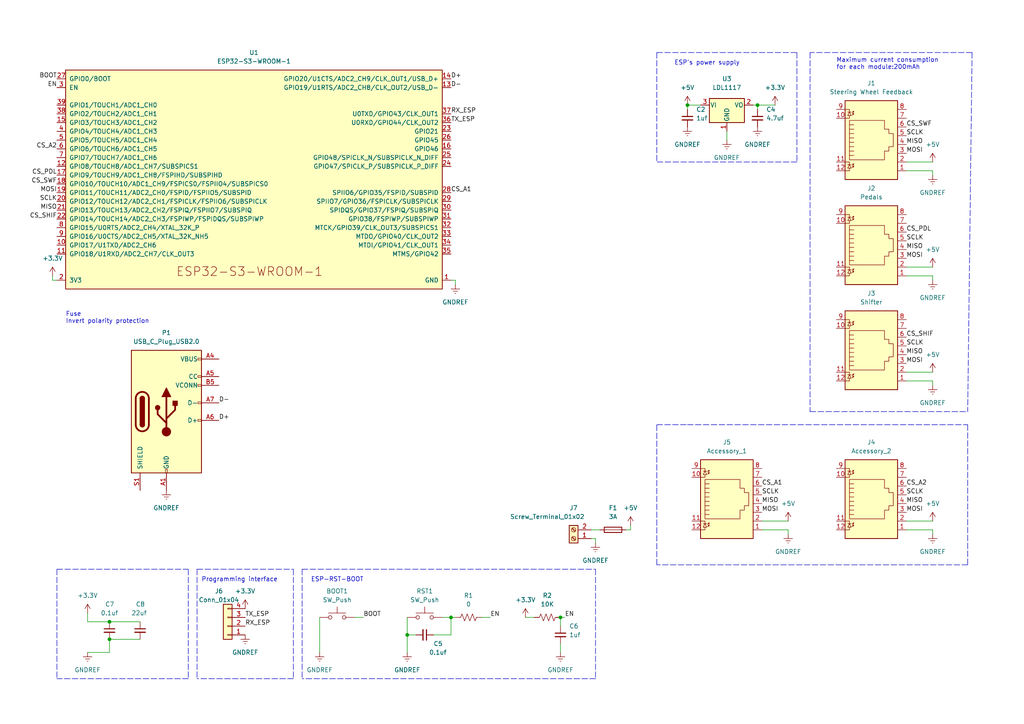
<source format=kicad_sch>
(kicad_sch (version 20211123) (generator eeschema)
  (paper "A4")
  (lib_symbols
    (symbol "Connector:RJ45_LED" (pin_names (offset 1.016))
      (property "Reference" "J" (at -5.08 13.97 0))
      (property "Value" "RJ45_LED" (at 1.27 13.97 0))
      (symbol "RJ45_LED_0_1"
        (polyline (pts (xy -7.62 -7.62) (xy -6.35 -7.62)))
        (polyline (pts (xy -7.62 -5.08) (xy -6.35 -5.08)))
        (polyline (pts (xy -7.62 7.62) (xy -6.35 7.62)))
        (polyline (pts (xy -7.62 10.16) (xy -6.35 10.16)))
        (polyline (pts (xy -6.858 -5.842) (xy -5.842 -5.842)))
        (polyline (pts (xy -6.858 9.398) (xy -5.842 9.398)))
        (polyline (pts (xy -6.35 -7.62) (xy -6.35 -6.858)))
        (polyline (pts (xy -6.35 -5.08) (xy -6.35 -5.842)))
        (polyline (pts (xy -6.35 7.62) (xy -6.35 8.382)))
        (polyline (pts (xy -6.35 10.16) (xy -6.35 9.398)))
        (polyline (pts (xy -5.08 -6.223) (xy -5.207 -6.604)))
        (polyline (pts (xy -5.08 -5.588) (xy -5.207 -5.969)))
        (polyline (pts (xy -5.08 4.445) (xy -6.35 4.445)))
        (polyline (pts (xy -5.08 5.715) (xy -6.35 5.715)))
        (polyline (pts (xy -5.08 9.017) (xy -5.207 8.636)))
        (polyline (pts (xy -5.08 9.652) (xy -5.207 9.271)))
        (polyline (pts (xy -6.35 -3.175) (xy -5.08 -3.175) (xy -5.08 -3.175)))
        (polyline (pts (xy -6.35 -1.905) (xy -5.08 -1.905) (xy -5.08 -1.905)))
        (polyline (pts (xy -6.35 -0.635) (xy -5.08 -0.635) (xy -5.08 -0.635)))
        (polyline (pts (xy -6.35 0.635) (xy -5.08 0.635) (xy -5.08 0.635)))
        (polyline (pts (xy -6.35 1.905) (xy -5.08 1.905) (xy -5.08 1.905)))
        (polyline (pts (xy -5.588 -6.731) (xy -5.08 -6.223) (xy -5.461 -6.35)))
        (polyline (pts (xy -5.588 -6.096) (xy -5.08 -5.588) (xy -5.461 -5.715)))
        (polyline (pts (xy -5.588 8.509) (xy -5.08 9.017) (xy -5.461 8.89)))
        (polyline (pts (xy -5.588 9.144) (xy -5.08 9.652) (xy -5.461 9.525)))
        (polyline (pts (xy -5.08 3.175) (xy -6.35 3.175) (xy -6.35 3.175)))
        (polyline (pts (xy -6.35 -5.842) (xy -6.858 -6.858) (xy -5.842 -6.858) (xy -6.35 -5.842)))
        (polyline (pts (xy -6.35 9.398) (xy -6.858 8.382) (xy -5.842 8.382) (xy -6.35 9.398)))
        (polyline (pts (xy -6.35 -4.445) (xy -6.35 6.985) (xy 3.81 6.985) (xy 3.81 4.445) (xy 5.08 4.445) (xy 5.08 3.175) (xy 6.35 3.175) (xy 6.35 -0.635) (xy 5.08 -0.635) (xy 5.08 -1.905) (xy 3.81 -1.905) (xy 3.81 -4.445) (xy -6.35 -4.445) (xy -6.35 -4.445)))
        (rectangle (start 7.62 12.7) (end -7.62 -10.16) (stroke (width 0.254)) (fill (type background)))
      )
      (symbol "RJ45_LED_1_1"
        (pin passive line (at 10.16 -7.62 180) (length 2.54) (name "~") (number "1"))
        (pin passive line (at -10.16 7.62 0) (length 2.54) (name "~") (number "10"))
        (pin passive line (at -10.16 -5.08 0) (length 2.54) (name "~") (number "11"))
        (pin passive line (at -10.16 -7.62 0) (length 2.54) (name "~") (number "12"))
        (pin passive line (at 10.16 -5.08 180) (length 2.54) (name "~") (number "2"))
        (pin passive line (at 10.16 -2.54 180) (length 2.54) (name "~") (number "3"))
        (pin passive line (at 10.16 0 180) (length 2.54) (name "~") (number "4"))
        (pin passive line (at 10.16 2.54 180) (length 2.54) (name "~") (number "5"))
        (pin passive line (at 10.16 5.08 180) (length 2.54) (name "~") (number "6"))
        (pin passive line (at 10.16 7.62 180) (length 2.54) (name "~") (number "7"))
        (pin passive line (at 10.16 10.16 180) (length 2.54) (name "~") (number "8"))
        (pin passive line (at -10.16 10.16 0) (length 2.54) (name "~") (number "9"))
      )
    )
    (symbol "Connector:Screw_Terminal_01x02" (pin_names (offset 1.016) hide)
      (property "Reference" "J" (at 0 2.54 0))
      (property "Value" "Screw_Terminal_01x02" (at 0 -5.08 0))
      (symbol "Screw_Terminal_01x02_1_1"
        (rectangle (start -1.27 1.27) (end 1.27 -3.81) (stroke (width 0.254)) (fill (type background)))
        (circle (center 0 -2.54) (radius 0.635) (stroke (width 0.1524)))
        (polyline (pts (xy -0.5334 -2.2098) (xy 0.3302 -3.048)) (stroke (width 0.1524)))
        (polyline (pts (xy -0.5334 0.3302) (xy 0.3302 -0.508)) (stroke (width 0.1524)))
        (polyline (pts (xy -0.3556 -2.032) (xy 0.508 -2.8702)) (stroke (width 0.1524)))
        (polyline (pts (xy -0.3556 0.508) (xy 0.508 -0.3302)) (stroke (width 0.1524)))
        (circle (center 0 0) (radius 0.635) (stroke (width 0.1524)))
        (pin passive line (at -5.08 0 0) (length 3.81) (name "Pin_1") (number "1"))
        (pin passive line (at -5.08 -2.54 0) (length 3.81) (name "Pin_2") (number "2"))
      )
    )
    (symbol "Connector:USB_C_Plug_USB2.0" (pin_names (offset 1.016))
      (property "Reference" "P" (at -10.16 19.05 0))
      (property "Value" "USB_C_Plug_USB2.0" (at 12.7 19.05 0))
      (symbol "USB_C_Plug_USB2.0_0_0"
        (rectangle (start -0.254 -17.78) (end 0.254 -16.764))
        (rectangle (start 10.16 -2.286) (end 9.144 -2.794))
        (rectangle (start 10.16 2.794) (end 9.144 2.286))
        (rectangle (start 10.16 7.874) (end 9.144 7.366))
        (rectangle (start 10.16 10.414) (end 9.144 9.906))
        (rectangle (start 10.16 15.494) (end 9.144 14.986))
      )
      (symbol "USB_C_Plug_USB2.0_0_1"
        (rectangle (start -10.16 17.78) (end 10.16 -17.78) (stroke (width 0.254)) (fill (type background)))
        (arc (start -8.89 -3.81) (mid -6.985 -5.715) (end -5.08 -3.81) (stroke (width 0.508)))
        (arc (start -7.62 -3.81) (mid -6.985 -4.445) (end -6.35 -3.81) (stroke (width 0.254)))
        (arc (start -7.62 -3.81) (mid -6.985 -4.445) (end -6.35 -3.81) (stroke (width 0.254)) (fill (type outline)))
        (rectangle (start -7.62 -3.81) (end -6.35 3.81) (stroke (width 0.254)) (fill (type outline)))
        (arc (start -6.35 3.81) (mid -6.985 4.445) (end -7.62 3.81) (stroke (width 0.254)))
        (arc (start -6.35 3.81) (mid -6.985 4.445) (end -7.62 3.81) (stroke (width 0.254)) (fill (type outline)))
        (arc (start -5.08 3.81) (mid -6.985 5.715) (end -8.89 3.81) (stroke (width 0.508)))
        (circle (center -2.54 1.143) (radius 0.635) (stroke (width 0.254)) (fill (type outline)))
        (circle (center 0 -5.842) (radius 1.27) (fill (type outline)))
        (polyline (pts (xy -8.89 -3.81) (xy -8.89 3.81)) (stroke (width 0.508)))
        (polyline (pts (xy -5.08 3.81) (xy -5.08 -3.81)) (stroke (width 0.508)))
        (polyline (pts (xy 0 -5.842) (xy 0 4.318)) (stroke (width 0.508)))
        (polyline (pts (xy 0 -3.302) (xy -2.54 -0.762) (xy -2.54 0.508)) (stroke (width 0.508)))
        (polyline (pts (xy 0 -2.032) (xy 2.54 0.508) (xy 2.54 1.778)) (stroke (width 0.508)))
        (polyline (pts (xy -1.27 4.318) (xy 0 6.858) (xy 1.27 4.318) (xy -1.27 4.318)) (stroke (width 0.254)) (fill (type outline)))
        (rectangle (start 1.905 1.778) (end 3.175 3.048) (stroke (width 0.254)) (fill (type outline)))
      )
      (symbol "USB_C_Plug_USB2.0_1_1"
        (pin passive line (at 0 -22.86 90) (length 5.08) (name "GND") (number "A1"))
        (pin passive line (at 0 -22.86 90) (length 5.08) hide (name "GND") (number "A12"))
        (pin passive line (at 15.24 15.24 180) (length 5.08) (name "VBUS") (number "A4"))
        (pin bidirectional line (at 15.24 10.16 180) (length 5.08) (name "CC") (number "A5"))
        (pin bidirectional line (at 15.24 -2.54 180) (length 5.08) (name "D+") (number "A6"))
        (pin bidirectional line (at 15.24 2.54 180) (length 5.08) (name "D-") (number "A7"))
        (pin passive line (at 15.24 15.24 180) (length 5.08) hide (name "VBUS") (number "A9"))
        (pin passive line (at 0 -22.86 90) (length 5.08) hide (name "GND") (number "B1"))
        (pin passive line (at 0 -22.86 90) (length 5.08) hide (name "GND") (number "B12"))
        (pin passive line (at 15.24 15.24 180) (length 5.08) hide (name "VBUS") (number "B4"))
        (pin bidirectional line (at 15.24 7.62 180) (length 5.08) (name "VCONN") (number "B5"))
        (pin passive line (at 15.24 15.24 180) (length 5.08) hide (name "VBUS") (number "B9"))
        (pin passive line (at -7.62 -22.86 90) (length 5.08) (name "SHIELD") (number "S1"))
      )
    )
    (symbol "Connector_Generic:Conn_01x04" (pin_names (offset 1.016) hide)
      (property "Reference" "J" (at 0 5.08 0))
      (property "Value" "Conn_01x04" (at 0 -7.62 0))
      (symbol "Conn_01x04_1_1"
        (rectangle (start -1.27 -4.953) (end 0 -5.207) (stroke (width 0.1524)))
        (rectangle (start -1.27 -2.413) (end 0 -2.667) (stroke (width 0.1524)))
        (rectangle (start -1.27 0.127) (end 0 -0.127) (stroke (width 0.1524)))
        (rectangle (start -1.27 2.667) (end 0 2.413) (stroke (width 0.1524)))
        (rectangle (start -1.27 3.81) (end 1.27 -6.35) (stroke (width 0.254)) (fill (type background)))
        (pin passive line (at -5.08 2.54 0) (length 3.81) (name "Pin_1") (number "1"))
        (pin passive line (at -5.08 0 0) (length 3.81) (name "Pin_2") (number "2"))
        (pin passive line (at -5.08 -2.54 0) (length 3.81) (name "Pin_3") (number "3"))
        (pin passive line (at -5.08 -5.08 0) (length 3.81) (name "Pin_4") (number "4"))
      )
    )
    (symbol "Device:C_Small" (pin_numbers hide) (pin_names (offset 0.254) hide)
      (property "Reference" "C" (at 0.254 1.778 0))
      (property "Value" "C_Small" (at 0.254 -2.032 0))
      (symbol "C_Small_0_1"
        (polyline (pts (xy -1.524 -0.508) (xy 1.524 -0.508)) (stroke (width 0.3302)))
        (polyline (pts (xy -1.524 0.508) (xy 1.524 0.508)) (stroke (width 0.3048)))
      )
      (symbol "C_Small_1_1"
        (pin passive line (at 0 2.54 270) (length 2.032) (name "~") (number "1"))
        (pin passive line (at 0 -2.54 90) (length 2.032) (name "~") (number "2"))
      )
    )
    (symbol "Device:Fuse" (pin_numbers hide) (pin_names (offset 0))
      (property "Reference" "F" (at 2.032 0 90))
      (property "Value" "Fuse" (at -1.905 0 90))
      (symbol "Fuse_0_1"
        (rectangle (start -0.762 -2.54) (end 0.762 2.54) (stroke (width 0.254)))
        (polyline (pts (xy 0 2.54) (xy 0 -2.54)))
      )
      (symbol "Fuse_1_1"
        (pin passive line (at 0 3.81 270) (length 1.27) (name "~") (number "1"))
        (pin passive line (at 0 -3.81 90) (length 1.27) (name "~") (number "2"))
      )
    )
    (symbol "Device:R_US" (pin_numbers hide) (pin_names (offset 0))
      (property "Reference" "R" (at 2.54 0 90))
      (property "Value" "R_US" (at -2.54 0 90))
      (symbol "R_US_0_1"
        (polyline (pts (xy 0 -2.286) (xy 0 -2.54)))
        (polyline (pts (xy 0 2.286) (xy 0 2.54)))
        (polyline (pts (xy 0 -0.762) (xy 1.016 -1.143) (xy 0 -1.524) (xy -1.016 -1.905) (xy 0 -2.286)))
        (polyline (pts (xy 0 0.762) (xy 1.016 0.381) (xy 0 0) (xy -1.016 -0.381) (xy 0 -0.762)))
        (polyline (pts (xy 0 2.286) (xy 1.016 1.905) (xy 0 1.524) (xy -1.016 1.143) (xy 0 0.762)))
      )
      (symbol "R_US_1_1"
        (pin passive line (at 0 3.81 270) (length 1.27) (name "~") (number "1"))
        (pin passive line (at 0 -3.81 90) (length 1.27) (name "~") (number "2"))
      )
    )
    (symbol "Espressif:ESP32-S3-WROOM-1" (pin_names (offset 1.016))
      (property "Reference" "U" (at -53.34 38.1 0))
      (property "Value" "ESP32-S3-WROOM-1" (at -53.34 35.56 0))
      (symbol "ESP32-S3-WROOM-1_0_0"
        (rectangle (start -53.34 33.02) (end 55.88 -30.48) (stroke (width 0.254)) (fill (type background)))
        (text "ESP32-S3-WROOM-1" (at 0 -25.4 0) (effects (font (size 2.54 2.54))))
        (pin power_in line (at 58.42 -27.94 180) (length 2.54) (name "GND") (number "1"))
        (pin bidirectional line (at -55.88 -17.78 0) (length 2.54) (name "GPIO17/U1TXD/ADC2_CH6") (number "10"))
        (pin bidirectional line (at -55.88 -20.32 0) (length 2.54) (name "GPIO18/U1RXD/ADC2_CH7/CLK_OUT3") (number "11"))
        (pin bidirectional line (at -55.88 5.08 0) (length 2.54) (name "GPIO8/TOUCH8/ADC1_CH7/SUBSPICS1") (number "12"))
        (pin bidirectional line (at 58.42 27.94 180) (length 2.54) (name "GPIO19/U1RTS/ADC2_CH8/CLK_OUT2/USB_D-") (number "13"))
        (pin bidirectional line (at 58.42 30.48 180) (length 2.54) (name "GPIO20/U1CTS/ADC2_CH9/CLK_OUT1/USB_D+") (number "14"))
        (pin bidirectional line (at -55.88 17.78 0) (length 2.54) (name "GPIO3/TOUCH3/ADC1_CH2") (number "15"))
        (pin bidirectional line (at 58.42 10.16 180) (length 2.54) (name "GPIO46") (number "16"))
        (pin bidirectional line (at -55.88 2.54 0) (length 2.54) (name "GPIO9/TOUCH9/ADC1_CH8/FSPIHD/SUBSPIHD") (number "17"))
        (pin bidirectional line (at -55.88 0 0) (length 2.54) (name "GPIO10/TOUCH10/ADC1_CH9/FSPICS0/FSPIIO4/SUBSPICS0") (number "18"))
        (pin bidirectional line (at -55.88 -2.54 0) (length 2.54) (name "GPIO11/TOUCH11/ADC2_CH0/FSPID/FSPIIO5/SUBSPID") (number "19"))
        (pin power_in line (at -55.88 -27.94 0) (length 2.54) (name "3V3") (number "2"))
        (pin bidirectional line (at -55.88 -5.08 0) (length 2.54) (name "GPIO12/TOUCH12/ADC2_CH1/FSPICLK/FSPIIO6/SUBSPICLK") (number "20"))
        (pin bidirectional line (at -55.88 -7.62 0) (length 2.54) (name "GPIO13/TOUCH13/ADC2_CH2/FSPIQ/FSPIIO7/SUBSPIQ") (number "21"))
        (pin bidirectional line (at -55.88 -10.16 0) (length 2.54) (name "GPIO14/TOUCH14/ADC2_CH3/FSPIWP/FSPIDQS/SUBSPIWP") (number "22"))
        (pin bidirectional line (at 58.42 15.24 180) (length 2.54) (name "GPIO21") (number "23"))
        (pin bidirectional line (at 58.42 5.08 180) (length 2.54) (name "GPIO47/SPICLK_P/SUBSPICLK_P_DIFF") (number "24"))
        (pin bidirectional line (at 58.42 7.62 180) (length 2.54) (name "GPIO48/SPICLK_N/SUBSPICLK_N_DIFF") (number "25"))
        (pin bidirectional line (at 58.42 12.7 180) (length 2.54) (name "GPIO45") (number "26"))
        (pin bidirectional line (at -55.88 30.48 0) (length 2.54) (name "GPIO0/BOOT") (number "27"))
        (pin bidirectional line (at 58.42 -2.54 180) (length 2.54) (name "SPIIO6/GPIO35/FSPID/SUBSPID") (number "28"))
        (pin bidirectional line (at 58.42 -5.08 180) (length 2.54) (name "SPIIO7/GPIO36/FSPICLK/SUBSPICLK") (number "29"))
        (pin input line (at -55.88 27.94 0) (length 2.54) (name "EN") (number "3"))
        (pin bidirectional line (at 58.42 -7.62 180) (length 2.54) (name "SPIDQS/GPIO37/FSPIQ/SUBSPIQ") (number "30"))
        (pin bidirectional line (at 58.42 -10.16 180) (length 2.54) (name "GPIO38/FSPIWP/SUBSPIWP") (number "31"))
        (pin bidirectional line (at 58.42 -12.7 180) (length 2.54) (name "MTCK/GPIO39/CLK_OUT3/SUBSPICS1") (number "32"))
        (pin bidirectional line (at 58.42 -15.24 180) (length 2.54) (name "MTDO/GPIO40/CLK_OUT2") (number "33"))
        (pin bidirectional line (at 58.42 -17.78 180) (length 2.54) (name "MTDI/GPIO41/CLK_OUT1") (number "34"))
        (pin bidirectional line (at 58.42 -20.32 180) (length 2.54) (name "MTMS/GPIO42") (number "35"))
        (pin bidirectional line (at 58.42 17.78 180) (length 2.54) (name "U0RXD/GPIO44/CLK_OUT2") (number "36"))
        (pin bidirectional line (at 58.42 20.32 180) (length 2.54) (name "U0TXD/GPIO43/CLK_OUT1") (number "37"))
        (pin bidirectional line (at -55.88 20.32 0) (length 2.54) (name "GPIO2/TOUCH2/ADC1_CH1") (number "38"))
        (pin bidirectional line (at -55.88 22.86 0) (length 2.54) (name "GPIO1/TOUCH1/ADC1_CH0") (number "39"))
        (pin bidirectional line (at -55.88 15.24 0) (length 2.54) (name "GPIO4/TOUCH4/ADC1_CH3") (number "4"))
        (pin passive line (at 58.42 -27.94 180) (length 2.54) hide (name "GND") (number "40"))
        (pin passive line (at 58.42 -27.94 180) (length 2.54) hide (name "GND") (number "41"))
        (pin bidirectional line (at -55.88 12.7 0) (length 2.54) (name "GPIO5/TOUCH5/ADC1_CH4") (number "5"))
        (pin bidirectional line (at -55.88 10.16 0) (length 2.54) (name "GPIO6/TOUCH6/ADC1_CH5") (number "6"))
        (pin bidirectional line (at -55.88 7.62 0) (length 2.54) (name "GPIO7/TOUCH7/ADC1_CH6") (number "7"))
        (pin bidirectional line (at -55.88 -12.7 0) (length 2.54) (name "GPIO15/U0RTS/ADC2_CH4/XTAL_32K_P") (number "8"))
        (pin bidirectional line (at -55.88 -15.24 0) (length 2.54) (name "GPIO16/U0CTS/ADC2_CH5/XTAL_32K_NH5") (number "9"))
      )
    )
    (symbol "Regulator_Linear:AP1117-33" (pin_names (offset 0.254))
      (property "Reference" "U" (at -3.81 3.175 0))
      (property "Value" "AP1117-33" (at 0 3.175 0))
      (symbol "AP1117-33_0_1"
        (rectangle (start -5.08 -5.08) (end 5.08 1.905) (stroke (width 0.254)) (fill (type background)))
      )
      (symbol "AP1117-33_1_1"
        (pin power_in line (at 0 -7.62 90) (length 2.54) (name "GND") (number "1"))
        (pin power_out line (at 7.62 0 180) (length 2.54) (name "VO") (number "2"))
        (pin power_in line (at -7.62 0 0) (length 2.54) (name "VI") (number "3"))
      )
    )
    (symbol "Switch:SW_Push" (pin_numbers hide) (pin_names (offset 1.016) hide)
      (property "Reference" "SW" (at 1.27 2.54 0))
      (property "Value" "SW_Push" (at 0 -1.524 0))
      (symbol "SW_Push_0_1"
        (circle (center -2.032 0) (radius 0.508))
        (polyline (pts (xy 0 1.27) (xy 0 3.048)))
        (polyline (pts (xy 2.54 1.27) (xy -2.54 1.27)))
        (circle (center 2.032 0) (radius 0.508))
        (pin passive line (at -5.08 0 0) (length 2.54) (name "1") (number "1"))
        (pin passive line (at 5.08 0 180) (length 2.54) (name "2") (number "2"))
      )
    )
    (symbol "power:+3.3V" (power) (pin_names (offset 0))
      (property "Value" "+3.3V" (at 0 3.556 0))
      (symbol "+3.3V_0_1"
        (polyline (pts (xy -0.762 1.27) (xy 0 2.54)))
        (polyline (pts (xy 0 0) (xy 0 2.54)))
        (polyline (pts (xy 0 2.54) (xy 0.762 1.27)))
      )
      (symbol "+3.3V_1_1"
        (pin power_in line (at 0 0 90) (length 0) hide (name "+3.3V") (number "1"))
      )
    )
    (symbol "power:+5V" (power) (pin_names (offset 0))
      (property "Value" "+5V" (at 0 3.556 0))
      (symbol "+5V_0_1"
        (polyline (pts (xy -0.762 1.27) (xy 0 2.54)))
        (polyline (pts (xy 0 0) (xy 0 2.54)))
        (polyline (pts (xy 0 2.54) (xy 0.762 1.27)))
      )
      (symbol "+5V_1_1"
        (pin power_in line (at 0 0 90) (length 0) hide (name "+5V") (number "1"))
      )
    )
    (symbol "power:GNDREF" (power) (pin_names (offset 0))
      (property "Value" "GNDREF" (at 0 -3.81 0))
      (symbol "GNDREF_0_1"
        (polyline (pts (xy -0.635 -1.905) (xy 0.635 -1.905)))
        (polyline (pts (xy -0.127 -2.54) (xy 0.127 -2.54)))
        (polyline (pts (xy 0 -1.27) (xy 0 0)))
        (polyline (pts (xy 1.27 -1.27) (xy -1.27 -1.27)))
      )
      (symbol "GNDREF_1_1"
        (pin power_in line (at 0 0 270) (length 0) hide (name "GNDREF") (number "1"))
      )
    )
  )
  (junction (at 162.56 179.07))
  (junction (at 31.75 180.34))
  (junction (at 219.71 30.48))
  (junction (at 199.39 30.48))
  (junction (at 118.11 184.15))
  (junction (at 130.81 179.07))
  (junction (at 31.75 185.42))
  (wire (pts (xy 228.6 153.67) (xy 228.6 154.94)))
  (wire (pts (xy 31.75 180.34) (xy 40.64 180.34)))
  (wire (pts (xy 270.51 110.49) (xy 270.51 111.76)))
  (polyline (pts (xy 190.5 123.19) (xy 199.39 123.19)))
  (polyline (pts (xy 85.09 165.1) (xy 85.09 196.85)))
  (wire (pts (xy 199.39 30.48) (xy 199.39 31.75)))
  (wire (pts (xy 172.72 157.48) (xy 172.72 156.21)))
  (wire (pts (xy 132.08 82.55) (xy 132.08 81.28)))
  (polyline (pts (xy 190.5 163.83) (xy 190.5 123.19)))
  (polyline (pts (xy 234.95 119.38) (xy 280.67 119.38)))
  (polyline (pts (xy 54.61 196.85) (xy 16.51 196.85)))
  (wire (pts (xy 171.45 153.67) (xy 173.99 153.67)))
  (wire (pts (xy 182.88 153.67) (xy 182.88 152.4)))
  (wire (pts (xy 262.89 77.47) (xy 270.51 77.47)))
  (polyline (pts (xy 190.5 15.24) (xy 190.5 46.99)))
  (wire (pts (xy 15.24 80.01) (xy 15.24 81.28)))
  (polyline (pts (xy 231.14 46.99) (xy 190.5 46.99)))
  (wire (pts (xy 118.11 184.15) (xy 118.11 189.23)))
  (polyline (pts (xy 234.95 15.24) (xy 234.95 119.38)))
  (wire (pts (xy 130.81 184.15) (xy 130.81 179.07)))
  (wire (pts (xy 31.75 185.42) (xy 40.64 185.42)))
  (wire (pts (xy 31.75 189.23) (xy 31.75 185.42)))
  (wire (pts (xy 262.89 151.13) (xy 270.51 151.13)))
  (polyline (pts (xy 190.5 15.24) (xy 231.14 15.24)))
  (wire (pts (xy 199.39 30.48) (xy 203.2 30.48)))
  (wire (pts (xy 25.4 177.8) (xy 25.4 180.34)))
  (wire (pts (xy 262.89 107.95) (xy 270.51 107.95)))
  (wire (pts (xy 262.89 46.99) (xy 270.51 46.99)))
  (polyline (pts (xy 280.67 123.19) (xy 280.67 163.83)))
  (wire (pts (xy 210.82 38.1) (xy 210.82 40.64)))
  (polyline (pts (xy 87.63 165.1) (xy 172.72 165.1)))
  (wire (pts (xy 162.56 179.07) (xy 163.83 179.07)))
  (wire (pts (xy 92.71 179.07) (xy 92.71 189.23)))
  (wire (pts (xy 220.98 153.67) (xy 228.6 153.67)))
  (wire (pts (xy 270.51 49.53) (xy 270.51 50.8)))
  (wire (pts (xy 139.7 179.07) (xy 142.24 179.07)))
  (wire (pts (xy 25.4 189.23) (xy 31.75 189.23)))
  (wire (pts (xy 118.11 179.07) (xy 118.11 184.15)))
  (wire (pts (xy 262.89 80.01) (xy 270.51 80.01)))
  (wire (pts (xy 15.24 81.28) (xy 16.51 81.28)))
  (wire (pts (xy 130.81 179.07) (xy 132.08 179.07)))
  (polyline (pts (xy 281.94 15.24) (xy 280.67 119.38)))
  (wire (pts (xy 262.89 49.53) (xy 270.51 49.53)))
  (wire (pts (xy 220.98 151.13) (xy 228.6 151.13)))
  (wire (pts (xy 132.08 81.28) (xy 130.81 81.28)))
  (wire (pts (xy 118.11 184.15) (xy 120.65 184.15)))
  (wire (pts (xy 219.71 30.48) (xy 224.79 30.48)))
  (wire (pts (xy 270.51 153.67) (xy 270.51 154.94)))
  (wire (pts (xy 25.4 180.34) (xy 31.75 180.34)))
  (wire (pts (xy 262.89 110.49) (xy 270.51 110.49)))
  (wire (pts (xy 218.44 30.48) (xy 219.71 30.48)))
  (wire (pts (xy 219.71 30.48) (xy 219.71 31.75)))
  (polyline (pts (xy 172.72 165.1) (xy 172.72 196.85)))
  (polyline (pts (xy 85.09 196.85) (xy 57.15 196.85)))
  (polyline (pts (xy 87.63 165.1) (xy 87.63 196.85)))
  (polyline (pts (xy 54.61 165.1) (xy 54.61 196.85)))
  (polyline (pts (xy 16.51 165.1) (xy 54.61 165.1)))
  (wire (pts (xy 152.4 179.07) (xy 154.94 179.07)))
  (polyline (pts (xy 281.94 15.24) (xy 234.95 15.24)))
  (polyline (pts (xy 199.39 123.19) (xy 280.67 123.19)))
  (polyline (pts (xy 57.15 165.1) (xy 57.15 196.85)))
  (wire (pts (xy 270.51 80.01) (xy 270.51 81.28)))
  (polyline (pts (xy 16.51 165.1) (xy 16.51 196.85)))
  (polyline (pts (xy 172.72 196.85) (xy 87.63 196.85)))
  (polyline (pts (xy 231.14 15.24) (xy 231.14 46.99)))
  (wire (pts (xy 162.56 186.69) (xy 162.56 189.23)))
  (polyline (pts (xy 57.15 165.1) (xy 85.09 165.1)))
  (wire (pts (xy 262.89 153.67) (xy 270.51 153.67)))
  (wire (pts (xy 125.73 184.15) (xy 130.81 184.15)))
  (wire (pts (xy 162.56 179.07) (xy 162.56 181.61)))
  (wire (pts (xy 181.61 153.67) (xy 182.88 153.67)))
  (wire (pts (xy 102.87 179.07) (xy 105.41 179.07)))
  (wire (pts (xy 128.27 179.07) (xy 130.81 179.07)))
  (wire (pts (xy 172.72 156.21) (xy 171.45 156.21)))
  (polyline (pts (xy 280.67 163.83) (xy 190.5 163.83)))
  (text "Fuse\nInvert polarity protection" (at 19.05 93.98 0) (effects (font (size 1.27 1.27)) (justify left bottom)))
  (text "Maximum current consumption\nfor each module:200mAh" (at 242.57 20.32 0) (effects (font (size 1.27 1.27)) (justify left bottom)))
  (text "Programming interface" (at 58.42 168.91 0) (effects (font (size 1.27 1.27)) (justify left bottom)))
  (text "ESP's power supply" (at 195.58 19.05 0) (effects (font (size 1.27 1.27)) (justify left bottom)))
  (text "ESP-RST-BOOT\n" (at 90.17 168.91 0) (effects (font (size 1.27 1.27)) (justify left bottom)))
  (label "D-" (at 63.5 116.84 0))
  (label "SCLK" (at 262.89 143.51 0))
  (label "CS_PDL" (at 262.89 67.31 0))
  (label "MOSI" (at 262.89 74.93 0))
  (label "SCLK" (at 16.51 58.42 180))
  (label "CS_SHIF" (at 16.51 63.5 180))
  (label "BOOT" (at 105.41 179.07 0))
  (label "RX_ESP" (at 71.12 181.61 0))
  (label "BOOT" (at 16.51 22.86 180))
  (label "CS_A2" (at 16.51 43.18 180))
  (label "SCLK" (at 262.89 69.85 0))
  (label "MISO" (at 220.98 146.05 0))
  (label "MISO" (at 262.89 146.05 0))
  (label "TX_ESP" (at 130.81 35.56 0))
  (label "EN" (at 142.24 179.07 0))
  (label "MOSI" (at 262.89 105.41 0))
  (label "D+" (at 130.81 22.86 0))
  (label "CS_SWF" (at 262.89 36.83 0))
  (label "SCLK" (at 262.89 100.33 0))
  (label "TX_ESP" (at 71.12 179.07 0))
  (label "CS_A2" (at 262.89 140.97 0))
  (label "D+" (at 63.5 121.92 0))
  (label "MOSI" (at 262.89 44.45 0))
  (label "EN" (at 16.51 25.4 180))
  (label "MISO" (at 262.89 41.91 0))
  (label "CS_A1" (at 130.81 55.88 0))
  (label "SCLK" (at 220.98 143.51 0))
  (label "SCLK" (at 262.89 39.37 0))
  (label "CS_PDL" (at 16.51 50.8 180))
  (label "CS_SWF" (at 16.51 53.34 180))
  (label "CS_SHIF" (at 262.89 97.79 0))
  (label "MOSI" (at 262.89 148.59 0))
  (label "D-" (at 130.81 25.4 0))
  (label "CS_A1" (at 220.98 140.97 0))
  (label "EN" (at 163.83 179.07 0))
  (label "MISO" (at 262.89 102.87 0))
  (label "MISO" (at 16.51 60.96 180))
  (label "MISO" (at 262.89 72.39 0))
  (label "MOSI" (at 16.51 55.88 180))
  (label "RX_ESP" (at 130.81 33.02 0))
  (label "MOSI" (at 220.98 148.59 0))
  (symbol (lib_id "Device:C_Small") (at 40.64 182.88 0) (unit 1)
    (property "Reference" "C8" (at 39.37 175.26 0) (effects (justify left)))
    (property "Value" "22uf" (at 38.1 177.8 0) (effects (justify left)))
    (property "Footprint" "Capacitor_SMD:C_0805_2012Metric_Pad1.18x1.45mm_HandSolder" (effects hide))
  )
  (symbol (lib_id "power:GNDREF") (at 219.71 36.83 0) (unit 1)
    (property "Reference" "#PWR0115" (effects hide))
    (property "Value" "GNDREF" (at 219.71 41.91 0))
  )
  (symbol (lib_id "power:GNDREF") (at 210.82 40.64 0) (unit 1)
    (property "Reference" "#PWR0116" (effects hide))
    (property "Value" "GNDREF" (at 210.82 45.72 0))
  )
  (symbol (lib_id "Regulator_Linear:AP1117-33") (at 210.82 30.48 0) (unit 1)
    (property "Reference" "U3" (at 210.82 22.86 0))
    (property "Value" "LDL1117" (at 210.82 25.4 0))
    (property "Footprint" "Package_TO_SOT_SMD:SOT-223-3_TabPin2" (effects hide))
    (property "Datasheet" "http://www.diodes.com/datasheets/AP1117.pdf" (effects hide))
  )
  (symbol (lib_id "power:GNDREF") (at 172.72 157.48 0) (unit 1)
    (property "Reference" "#PWR0132" (effects hide))
    (property "Value" "GNDREF" (at 172.72 162.56 0))
  )
  (symbol (lib_id "power:GNDREF") (at 270.51 81.28 0) (unit 1)
    (property "Reference" "#PWR0105" (effects hide))
    (property "Value" "GNDREF" (at 270.51 86.36 0))
  )
  (symbol (lib_id "Device:C_Small") (at 219.71 34.29 0) (unit 1)
    (property "Reference" "C4" (at 222.25 31.75 0) (effects (justify left)))
    (property "Value" "4.7uf" (at 222.25 34.29 0) (effects (justify left)))
    (property "Footprint" "Capacitor_SMD:C_0805_2012Metric_Pad1.18x1.45mm_HandSolder" (effects hide))
  )
  (symbol (lib_id "power:GNDREF") (at 162.56 189.23 0) (unit 1)
    (property "Reference" "#PWR0122" (effects hide))
    (property "Value" "GNDREF" (at 162.56 194.31 0))
  )
  (symbol (lib_id "Device:C_Small") (at 31.75 182.88 0) (unit 1)
    (property "Reference" "C7" (at 30.48 175.26 0) (effects (justify left)))
    (property "Value" "0.1uf" (at 29.21 177.8 0) (effects (justify left)))
    (property "Footprint" "Capacitor_SMD:C_0805_2012Metric_Pad1.18x1.45mm_HandSolder" (effects hide))
  )
  (symbol (lib_id "Connector_Generic:Conn_01x04") (at 66.04 181.61 180) (unit 1)
    (property "Reference" "J6" (at 63.5 171.45 0))
    (property "Value" "Conn_01x04" (at 63.5 173.99 0))
    (property "Footprint" "Connector_PinHeader_2.54mm:PinHeader_1x04_P2.54mm_Vertical" (effects hide))
  )
  (symbol (lib_id "Device:R_US") (at 158.75 179.07 90) (unit 1)
    (property "Reference" "R2" (at 158.75 172.72 90))
    (property "Value" "10K" (at 158.75 175.26 90))
    (property "Footprint" "Resistor_SMD:R_0805_2012Metric_Pad1.20x1.40mm_HandSolder" (effects hide))
  )
  (symbol (lib_id "power:+5V") (at 270.51 46.99 0) (unit 1)
    (property "Reference" "#PWR0101" (effects hide))
    (property "Value" "+5V" (at 270.51 41.91 0))
  )
  (symbol (lib_id "power:GNDREF") (at 270.51 50.8 0) (unit 1)
    (property "Reference" "#PWR0104" (effects hide))
    (property "Value" "GNDREF" (at 270.51 55.88 0))
  )
  (symbol (lib_id "power:+5V") (at 199.39 30.48 0) (mirror y) (unit 1)
    (property "Reference" "#PWR0121" (effects hide))
    (property "Value" "+5V" (at 199.39 25.4 0))
  )
  (symbol (lib_id "Connector:RJ45_LED") (at 252.73 102.87 0) (unit 1)
    (property "Reference" "J3" (at 252.73 85.09 0))
    (property "Value" "Shifter" (at 252.73 87.63 0))
    (property "Footprint" "Connector_RJ:RJ45_Amphenol_RJHSE538X" (effects hide))
  )
  (symbol (lib_id "power:+5V") (at 228.6 151.13 0) (unit 1)
    (property "Reference" "#PWR0108" (effects hide))
    (property "Value" "+5V" (at 228.6 146.05 0))
  )
  (symbol (lib_id "power:+5V") (at 182.88 152.4 0) (unit 1)
    (property "Reference" "#PWR0133" (effects hide))
    (property "Value" "+5V" (at 182.88 147.32 0))
  )
  (symbol (lib_id "Device:C_Small") (at 123.19 184.15 270) (unit 1)
    (property "Reference" "C5" (at 125.73 186.69 90) (effects (justify left)))
    (property "Value" "0.1uf" (at 124.46 189.23 90) (effects (justify left)))
    (property "Footprint" "Capacitor_SMD:C_0805_2012Metric_Pad1.18x1.45mm_HandSolder" (effects hide))
  )
  (symbol (lib_id "power:GNDREF") (at 199.39 36.83 0) (unit 1)
    (property "Reference" "#PWR0120" (effects hide))
    (property "Value" "GNDREF" (at 199.39 41.91 0))
  )
  (symbol (lib_id "power:+5V") (at 270.51 107.95 0) (unit 1)
    (property "Reference" "#PWR0103" (effects hide))
    (property "Value" "+5V" (at 270.51 102.87 0))
  )
  (symbol (lib_id "power:+3.3V") (at 25.4 177.8 0) (unit 1)
    (property "Reference" "#PWR0131" (effects hide))
    (property "Value" "+3.3V" (at 25.4 172.72 0))
  )
  (symbol (lib_id "power:+3.3V") (at 152.4 179.07 0) (unit 1)
    (property "Reference" "#PWR0123" (effects hide))
    (property "Value" "+3.3V" (at 152.4 173.99 0))
  )
  (symbol (lib_id "power:+3.3V") (at 15.24 80.01 0) (unit 1)
    (property "Reference" "#PWR0128" (effects hide))
    (property "Value" "+3.3V" (at 15.24 74.93 0))
  )
  (symbol (lib_id "Device:C_Small") (at 162.56 184.15 0) (unit 1)
    (property "Reference" "C6" (at 165.1 181.61 0) (effects (justify left)))
    (property "Value" "1uf" (at 165.1 184.15 0) (effects (justify left)))
    (property "Footprint" "Capacitor_SMD:C_0805_2012Metric_Pad1.18x1.45mm_HandSolder" (effects hide))
  )
  (symbol (lib_id "power:GNDREF") (at 25.4 189.23 0) (unit 1)
    (property "Reference" "#PWR0130" (effects hide))
    (property "Value" "GNDREF" (at 25.4 194.31 0))
  )
  (symbol (lib_id "power:GNDREF") (at 270.51 111.76 0) (unit 1)
    (property "Reference" "#PWR0102" (effects hide))
    (property "Value" "GNDREF" (at 270.51 116.84 0))
  )
  (symbol (lib_id "power:+3.3V") (at 224.79 30.48 0) (unit 1)
    (property "Reference" "#PWR0119" (effects hide))
    (property "Value" "+3.3V" (at 224.79 25.4 0))
  )
  (symbol (lib_id "power:GNDREF") (at 132.08 82.55 0) (unit 1)
    (property "Reference" "#PWR0129" (effects hide))
    (property "Value" "GNDREF" (at 132.08 87.63 0))
  )
  (symbol (lib_id "Device:Fuse") (at 177.8 153.67 90) (unit 1)
    (property "Reference" "F1" (at 177.8 147.32 90))
    (property "Value" "3A" (at 177.8 149.86 90))
    (property "Footprint" "Fuse:Fuse_1812_4532Metric_Pad1.30x3.40mm_HandSolder" (effects hide))
  )
  (symbol (lib_id "Connector:Screw_Terminal_01x02") (at 166.37 156.21 180) (unit 1)
    (property "Reference" "J7" (at 166.37 147.32 0))
    (property "Value" "Screw_Terminal_01x02" (at 158.75 149.86 0))
    (property "Footprint" "TerminalBlock:TerminalBlock_bornier-2_P5.08mm" (effects hide))
  )
  (symbol (lib_id "power:GNDREF") (at 48.26 142.24 0) (unit 1)
    (property "Reference" "#PWR0111" (effects hide))
    (property "Value" "GNDREF" (at 48.26 147.32 0))
  )
  (symbol (lib_id "power:+5V") (at 270.51 77.47 0) (unit 1)
    (property "Reference" "#PWR0106" (effects hide))
    (property "Value" "+5V" (at 270.51 72.39 0))
  )
  (symbol (lib_id "Connector:RJ45_LED") (at 252.73 41.91 0) (unit 1)
    (property "Reference" "J1" (at 252.73 24.13 0))
    (property "Value" "Steering Wheel Feedback" (at 252.73 26.67 0))
    (property "Footprint" "Connector_RJ:RJ45_Amphenol_RJHSE538X" (effects hide))
  )
  (symbol (lib_id "power:GNDREF") (at 228.6 154.94 0) (unit 1)
    (property "Reference" "#PWR0110" (effects hide))
    (property "Value" "GNDREF" (at 228.6 160.02 0))
  )
  (symbol (lib_id "Espressif:ESP32-S3-WROOM-1") (at 72.39 53.34 0) (unit 1)
    (property "Reference" "U1" (at 73.66 15.24 0))
    (property "Value" "ESP32-S3-WROOM-1" (at 73.66 17.78 0))
    (property "Footprint" "Espressif:ESP32-S3-WROOM-1" (effects hide))
    (property "Datasheet" "https://www.espressif.com/sites/default/files/documentation/esp32-s3-wroom-1_wroom-1u_datasheet_en.pdf" (effects hide))
  )
  (symbol (lib_id "Device:R_US") (at 135.89 179.07 90) (unit 1)
    (property "Reference" "R1" (at 135.89 172.72 90))
    (property "Value" "0" (at 135.89 175.26 90))
    (property "Footprint" "Resistor_SMD:R_0805_2012Metric_Pad1.20x1.40mm_HandSolder" (effects hide))
  )
  (symbol (lib_id "power:GNDREF") (at 270.51 154.94 0) (unit 1)
    (property "Reference" "#PWR0107" (effects hide))
    (property "Value" "GNDREF" (at 270.51 160.02 0))
  )
  (symbol (lib_id "Connector:RJ45_LED") (at 210.82 146.05 0) (unit 1)
    (property "Reference" "J5" (at 210.82 128.27 0))
    (property "Value" "Accessory_1" (at 210.82 130.81 0))
    (property "Footprint" "Connector_RJ:RJ45_Amphenol_RJHSE538X" (effects hide))
  )
  (symbol (lib_id "Connector:RJ45_LED") (at 252.73 146.05 0) (unit 1)
    (property "Reference" "J4" (at 252.73 128.27 0))
    (property "Value" "Accessory_2" (at 252.73 130.81 0))
    (property "Footprint" "Connector_RJ:RJ45_Amphenol_RJHSE538X" (effects hide))
  )
  (symbol (lib_id "power:GNDREF") (at 118.11 189.23 0) (unit 1)
    (property "Reference" "#PWR0124" (effects hide))
    (property "Value" "GNDREF" (at 118.11 194.31 0))
  )
  (symbol (lib_id "Connector:USB_C_Plug_USB2.0") (at 48.26 119.38 0) (unit 1)
    (property "Reference" "P1" (at 48.26 96.52 0))
    (property "Value" "USB_C_Plug_USB2.0" (at 48.26 99.06 0))
    (property "Footprint" "Connector_USB:USB_C_Receptacle_Palconn_UTC16-G" (effects hide))
    (property "Datasheet" "https://www.usb.org/sites/default/files/documents/usb_type-c.zip" (effects hide))
  )
  (symbol (lib_id "power:+3.3V") (at 71.12 176.53 0) (unit 1)
    (property "Reference" "#PWR0126" (effects hide))
    (property "Value" "+3.3V" (at 71.12 171.45 0))
  )
  (symbol (lib_id "Connector:RJ45_LED") (at 252.73 72.39 0) (unit 1)
    (property "Reference" "J2" (at 252.73 54.61 0))
    (property "Value" "Pedals" (at 252.73 57.15 0))
    (property "Footprint" "Connector_RJ:RJ45_Amphenol_RJHSE538X" (effects hide))
  )
  (symbol (lib_id "Switch:SW_Push") (at 123.19 179.07 0) (unit 1)
    (property "Reference" "RST1" (at 123.19 171.45 0))
    (property "Value" "SW_Push" (at 123.19 173.99 0))
    (property "Footprint" "Button_Switch_SMD:SW_Push_1P1T_NO_CK_KSC6xxJ" (effects hide))
  )
  (symbol (lib_id "power:+5V") (at 270.51 151.13 0) (unit 1)
    (property "Reference" "#PWR0109" (effects hide))
    (property "Value" "+5V" (at 270.51 146.05 0))
  )
  (symbol (lib_id "Device:C_Small") (at 199.39 34.29 0) (unit 1)
    (property "Reference" "C2" (at 201.93 31.75 0) (effects (justify left)))
    (property "Value" "1uf" (at 201.93 34.29 0) (effects (justify left)))
    (property "Footprint" "Capacitor_SMD:C_0805_2012Metric_Pad1.18x1.45mm_HandSolder" (effects hide))
  )
  (symbol (lib_id "power:GNDREF") (at 92.71 189.23 0) (unit 1)
    (property "Reference" "#PWR0125" (effects hide))
    (property "Value" "GNDREF" (at 92.71 194.31 0))
  )
  (symbol (lib_id "power:GNDREF") (at 71.12 184.15 0) (unit 1)
    (property "Reference" "#PWR0127" (effects hide))
    (property "Value" "GNDREF" (at 71.12 189.23 0))
  )
  (symbol (lib_id "Switch:SW_Push") (at 97.79 179.07 0) (unit 1)
    (property "Reference" "BOOT1" (at 97.79 171.45 0))
    (property "Value" "SW_Push" (at 97.79 173.99 0))
    (property "Footprint" "Button_Switch_SMD:SW_Push_1P1T_NO_CK_KSC6xxJ" (effects hide))
  )
)
</source>
